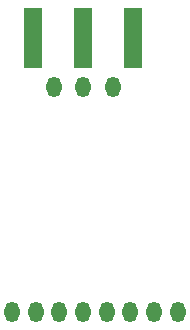
<source format=gbp>
G04 #@! TF.GenerationSoftware,KiCad,Pcbnew,(6.0.1-0)*
G04 #@! TF.CreationDate,2022-01-18T00:45:38+01:00*
G04 #@! TF.ProjectId,ithowifi_4l,6974686f-7769-4666-995f-346c2e6b6963,rev?*
G04 #@! TF.SameCoordinates,Original*
G04 #@! TF.FileFunction,Paste,Bot*
G04 #@! TF.FilePolarity,Positive*
%FSLAX46Y46*%
G04 Gerber Fmt 4.6, Leading zero omitted, Abs format (unit mm)*
G04 Created by KiCad (PCBNEW (6.0.1-0)) date 2022-01-18 00:45:38*
%MOMM*%
%LPD*%
G01*
G04 APERTURE LIST*
%ADD10O,1.300000X1.750000*%
%ADD11R,1.500000X5.080000*%
G04 APERTURE END LIST*
D10*
X102872000Y-132739000D03*
X100872000Y-132739000D03*
X98872000Y-132739000D03*
X96872000Y-132739000D03*
X94872000Y-132739000D03*
X92872000Y-132739000D03*
X90872000Y-132739000D03*
X88872000Y-132739000D03*
X92372000Y-113739000D03*
X94872000Y-113739000D03*
X97372000Y-113739000D03*
D11*
X94881400Y-109548400D03*
X90631400Y-109548400D03*
X99131400Y-109548400D03*
M02*

</source>
